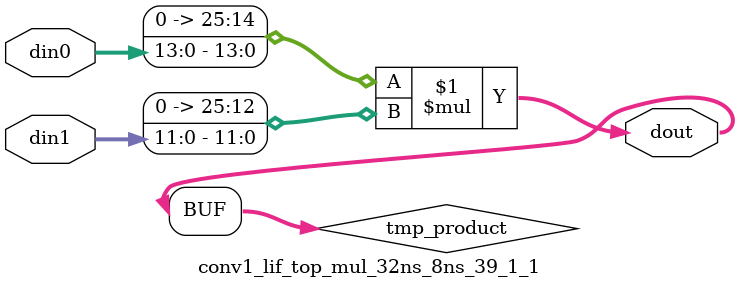
<source format=v>

`timescale 1 ns / 1 ps

  module conv1_lif_top_mul_32ns_8ns_39_1_1(din0, din1, dout);
parameter ID = 1;
parameter NUM_STAGE = 0;
parameter din0_WIDTH = 14;
parameter din1_WIDTH = 12;
parameter dout_WIDTH = 26;

input [din0_WIDTH - 1 : 0] din0; 
input [din1_WIDTH - 1 : 0] din1; 
output [dout_WIDTH - 1 : 0] dout;

wire signed [dout_WIDTH - 1 : 0] tmp_product;










assign tmp_product = $signed({1'b0, din0}) * $signed({1'b0, din1});











assign dout = tmp_product;







endmodule

</source>
